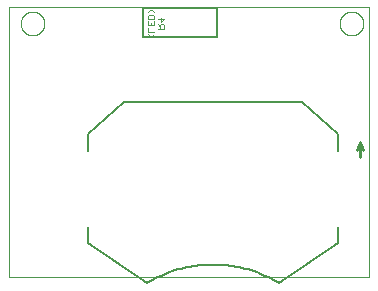
<source format=gbo>
G75*
%MOIN*%
%OFA0B0*%
%FSLAX25Y25*%
%IPPOS*%
%LPD*%
%AMOC8*
5,1,8,0,0,1.08239X$1,22.5*
%
%ADD10C,0.00000*%
%ADD11C,0.01000*%
%ADD12C,0.00400*%
%ADD13C,0.00800*%
D10*
X0001500Y0011270D02*
X0001500Y0101270D01*
X0121500Y0101270D01*
X0121500Y0011270D01*
X0001500Y0011270D01*
X0005437Y0095916D02*
X0005439Y0096041D01*
X0005445Y0096166D01*
X0005455Y0096290D01*
X0005469Y0096414D01*
X0005486Y0096538D01*
X0005508Y0096661D01*
X0005534Y0096783D01*
X0005563Y0096905D01*
X0005596Y0097025D01*
X0005634Y0097144D01*
X0005674Y0097263D01*
X0005719Y0097379D01*
X0005767Y0097494D01*
X0005819Y0097608D01*
X0005875Y0097720D01*
X0005934Y0097830D01*
X0005996Y0097938D01*
X0006062Y0098045D01*
X0006131Y0098149D01*
X0006204Y0098250D01*
X0006279Y0098350D01*
X0006358Y0098447D01*
X0006440Y0098541D01*
X0006525Y0098633D01*
X0006612Y0098722D01*
X0006703Y0098808D01*
X0006796Y0098891D01*
X0006892Y0098972D01*
X0006990Y0099049D01*
X0007090Y0099123D01*
X0007193Y0099194D01*
X0007298Y0099261D01*
X0007406Y0099326D01*
X0007515Y0099386D01*
X0007626Y0099444D01*
X0007739Y0099497D01*
X0007853Y0099547D01*
X0007969Y0099594D01*
X0008086Y0099636D01*
X0008205Y0099675D01*
X0008325Y0099711D01*
X0008446Y0099742D01*
X0008568Y0099770D01*
X0008690Y0099793D01*
X0008814Y0099813D01*
X0008938Y0099829D01*
X0009062Y0099841D01*
X0009187Y0099849D01*
X0009312Y0099853D01*
X0009436Y0099853D01*
X0009561Y0099849D01*
X0009686Y0099841D01*
X0009810Y0099829D01*
X0009934Y0099813D01*
X0010058Y0099793D01*
X0010180Y0099770D01*
X0010302Y0099742D01*
X0010423Y0099711D01*
X0010543Y0099675D01*
X0010662Y0099636D01*
X0010779Y0099594D01*
X0010895Y0099547D01*
X0011009Y0099497D01*
X0011122Y0099444D01*
X0011233Y0099386D01*
X0011343Y0099326D01*
X0011450Y0099261D01*
X0011555Y0099194D01*
X0011658Y0099123D01*
X0011758Y0099049D01*
X0011856Y0098972D01*
X0011952Y0098891D01*
X0012045Y0098808D01*
X0012136Y0098722D01*
X0012223Y0098633D01*
X0012308Y0098541D01*
X0012390Y0098447D01*
X0012469Y0098350D01*
X0012544Y0098250D01*
X0012617Y0098149D01*
X0012686Y0098045D01*
X0012752Y0097938D01*
X0012814Y0097830D01*
X0012873Y0097720D01*
X0012929Y0097608D01*
X0012981Y0097494D01*
X0013029Y0097379D01*
X0013074Y0097263D01*
X0013114Y0097144D01*
X0013152Y0097025D01*
X0013185Y0096905D01*
X0013214Y0096783D01*
X0013240Y0096661D01*
X0013262Y0096538D01*
X0013279Y0096414D01*
X0013293Y0096290D01*
X0013303Y0096166D01*
X0013309Y0096041D01*
X0013311Y0095916D01*
X0013309Y0095791D01*
X0013303Y0095666D01*
X0013293Y0095542D01*
X0013279Y0095418D01*
X0013262Y0095294D01*
X0013240Y0095171D01*
X0013214Y0095049D01*
X0013185Y0094927D01*
X0013152Y0094807D01*
X0013114Y0094688D01*
X0013074Y0094569D01*
X0013029Y0094453D01*
X0012981Y0094338D01*
X0012929Y0094224D01*
X0012873Y0094112D01*
X0012814Y0094002D01*
X0012752Y0093894D01*
X0012686Y0093787D01*
X0012617Y0093683D01*
X0012544Y0093582D01*
X0012469Y0093482D01*
X0012390Y0093385D01*
X0012308Y0093291D01*
X0012223Y0093199D01*
X0012136Y0093110D01*
X0012045Y0093024D01*
X0011952Y0092941D01*
X0011856Y0092860D01*
X0011758Y0092783D01*
X0011658Y0092709D01*
X0011555Y0092638D01*
X0011450Y0092571D01*
X0011342Y0092506D01*
X0011233Y0092446D01*
X0011122Y0092388D01*
X0011009Y0092335D01*
X0010895Y0092285D01*
X0010779Y0092238D01*
X0010662Y0092196D01*
X0010543Y0092157D01*
X0010423Y0092121D01*
X0010302Y0092090D01*
X0010180Y0092062D01*
X0010058Y0092039D01*
X0009934Y0092019D01*
X0009810Y0092003D01*
X0009686Y0091991D01*
X0009561Y0091983D01*
X0009436Y0091979D01*
X0009312Y0091979D01*
X0009187Y0091983D01*
X0009062Y0091991D01*
X0008938Y0092003D01*
X0008814Y0092019D01*
X0008690Y0092039D01*
X0008568Y0092062D01*
X0008446Y0092090D01*
X0008325Y0092121D01*
X0008205Y0092157D01*
X0008086Y0092196D01*
X0007969Y0092238D01*
X0007853Y0092285D01*
X0007739Y0092335D01*
X0007626Y0092388D01*
X0007515Y0092446D01*
X0007405Y0092506D01*
X0007298Y0092571D01*
X0007193Y0092638D01*
X0007090Y0092709D01*
X0006990Y0092783D01*
X0006892Y0092860D01*
X0006796Y0092941D01*
X0006703Y0093024D01*
X0006612Y0093110D01*
X0006525Y0093199D01*
X0006440Y0093291D01*
X0006358Y0093385D01*
X0006279Y0093482D01*
X0006204Y0093582D01*
X0006131Y0093683D01*
X0006062Y0093787D01*
X0005996Y0093894D01*
X0005934Y0094002D01*
X0005875Y0094112D01*
X0005819Y0094224D01*
X0005767Y0094338D01*
X0005719Y0094453D01*
X0005674Y0094569D01*
X0005634Y0094688D01*
X0005596Y0094807D01*
X0005563Y0094927D01*
X0005534Y0095049D01*
X0005508Y0095171D01*
X0005486Y0095294D01*
X0005469Y0095418D01*
X0005455Y0095542D01*
X0005445Y0095666D01*
X0005439Y0095791D01*
X0005437Y0095916D01*
X0111736Y0095916D02*
X0111738Y0096041D01*
X0111744Y0096166D01*
X0111754Y0096290D01*
X0111768Y0096414D01*
X0111785Y0096538D01*
X0111807Y0096661D01*
X0111833Y0096783D01*
X0111862Y0096905D01*
X0111895Y0097025D01*
X0111933Y0097144D01*
X0111973Y0097263D01*
X0112018Y0097379D01*
X0112066Y0097494D01*
X0112118Y0097608D01*
X0112174Y0097720D01*
X0112233Y0097830D01*
X0112295Y0097938D01*
X0112361Y0098045D01*
X0112430Y0098149D01*
X0112503Y0098250D01*
X0112578Y0098350D01*
X0112657Y0098447D01*
X0112739Y0098541D01*
X0112824Y0098633D01*
X0112911Y0098722D01*
X0113002Y0098808D01*
X0113095Y0098891D01*
X0113191Y0098972D01*
X0113289Y0099049D01*
X0113389Y0099123D01*
X0113492Y0099194D01*
X0113597Y0099261D01*
X0113705Y0099326D01*
X0113814Y0099386D01*
X0113925Y0099444D01*
X0114038Y0099497D01*
X0114152Y0099547D01*
X0114268Y0099594D01*
X0114385Y0099636D01*
X0114504Y0099675D01*
X0114624Y0099711D01*
X0114745Y0099742D01*
X0114867Y0099770D01*
X0114989Y0099793D01*
X0115113Y0099813D01*
X0115237Y0099829D01*
X0115361Y0099841D01*
X0115486Y0099849D01*
X0115611Y0099853D01*
X0115735Y0099853D01*
X0115860Y0099849D01*
X0115985Y0099841D01*
X0116109Y0099829D01*
X0116233Y0099813D01*
X0116357Y0099793D01*
X0116479Y0099770D01*
X0116601Y0099742D01*
X0116722Y0099711D01*
X0116842Y0099675D01*
X0116961Y0099636D01*
X0117078Y0099594D01*
X0117194Y0099547D01*
X0117308Y0099497D01*
X0117421Y0099444D01*
X0117532Y0099386D01*
X0117642Y0099326D01*
X0117749Y0099261D01*
X0117854Y0099194D01*
X0117957Y0099123D01*
X0118057Y0099049D01*
X0118155Y0098972D01*
X0118251Y0098891D01*
X0118344Y0098808D01*
X0118435Y0098722D01*
X0118522Y0098633D01*
X0118607Y0098541D01*
X0118689Y0098447D01*
X0118768Y0098350D01*
X0118843Y0098250D01*
X0118916Y0098149D01*
X0118985Y0098045D01*
X0119051Y0097938D01*
X0119113Y0097830D01*
X0119172Y0097720D01*
X0119228Y0097608D01*
X0119280Y0097494D01*
X0119328Y0097379D01*
X0119373Y0097263D01*
X0119413Y0097144D01*
X0119451Y0097025D01*
X0119484Y0096905D01*
X0119513Y0096783D01*
X0119539Y0096661D01*
X0119561Y0096538D01*
X0119578Y0096414D01*
X0119592Y0096290D01*
X0119602Y0096166D01*
X0119608Y0096041D01*
X0119610Y0095916D01*
X0119608Y0095791D01*
X0119602Y0095666D01*
X0119592Y0095542D01*
X0119578Y0095418D01*
X0119561Y0095294D01*
X0119539Y0095171D01*
X0119513Y0095049D01*
X0119484Y0094927D01*
X0119451Y0094807D01*
X0119413Y0094688D01*
X0119373Y0094569D01*
X0119328Y0094453D01*
X0119280Y0094338D01*
X0119228Y0094224D01*
X0119172Y0094112D01*
X0119113Y0094002D01*
X0119051Y0093894D01*
X0118985Y0093787D01*
X0118916Y0093683D01*
X0118843Y0093582D01*
X0118768Y0093482D01*
X0118689Y0093385D01*
X0118607Y0093291D01*
X0118522Y0093199D01*
X0118435Y0093110D01*
X0118344Y0093024D01*
X0118251Y0092941D01*
X0118155Y0092860D01*
X0118057Y0092783D01*
X0117957Y0092709D01*
X0117854Y0092638D01*
X0117749Y0092571D01*
X0117641Y0092506D01*
X0117532Y0092446D01*
X0117421Y0092388D01*
X0117308Y0092335D01*
X0117194Y0092285D01*
X0117078Y0092238D01*
X0116961Y0092196D01*
X0116842Y0092157D01*
X0116722Y0092121D01*
X0116601Y0092090D01*
X0116479Y0092062D01*
X0116357Y0092039D01*
X0116233Y0092019D01*
X0116109Y0092003D01*
X0115985Y0091991D01*
X0115860Y0091983D01*
X0115735Y0091979D01*
X0115611Y0091979D01*
X0115486Y0091983D01*
X0115361Y0091991D01*
X0115237Y0092003D01*
X0115113Y0092019D01*
X0114989Y0092039D01*
X0114867Y0092062D01*
X0114745Y0092090D01*
X0114624Y0092121D01*
X0114504Y0092157D01*
X0114385Y0092196D01*
X0114268Y0092238D01*
X0114152Y0092285D01*
X0114038Y0092335D01*
X0113925Y0092388D01*
X0113814Y0092446D01*
X0113704Y0092506D01*
X0113597Y0092571D01*
X0113492Y0092638D01*
X0113389Y0092709D01*
X0113289Y0092783D01*
X0113191Y0092860D01*
X0113095Y0092941D01*
X0113002Y0093024D01*
X0112911Y0093110D01*
X0112824Y0093199D01*
X0112739Y0093291D01*
X0112657Y0093385D01*
X0112578Y0093482D01*
X0112503Y0093582D01*
X0112430Y0093683D01*
X0112361Y0093787D01*
X0112295Y0093894D01*
X0112233Y0094002D01*
X0112174Y0094112D01*
X0112118Y0094224D01*
X0112066Y0094338D01*
X0112018Y0094453D01*
X0111973Y0094569D01*
X0111933Y0094688D01*
X0111895Y0094807D01*
X0111862Y0094927D01*
X0111833Y0095049D01*
X0111807Y0095171D01*
X0111785Y0095294D01*
X0111768Y0095418D01*
X0111754Y0095542D01*
X0111744Y0095666D01*
X0111738Y0095791D01*
X0111736Y0095916D01*
D11*
X0118500Y0056270D02*
X0119500Y0053770D01*
X0117500Y0053770D02*
X0118500Y0056270D01*
X0118500Y0051270D01*
D12*
X0053302Y0094260D02*
X0053302Y0095261D01*
X0052968Y0095595D01*
X0052301Y0095595D01*
X0051967Y0095261D01*
X0051967Y0094260D01*
X0051300Y0094260D02*
X0053302Y0094260D01*
X0051967Y0094927D02*
X0051300Y0095595D01*
X0052301Y0096470D02*
X0052301Y0097805D01*
X0051300Y0097471D02*
X0053302Y0097471D01*
X0052301Y0096470D01*
X0049702Y0096700D02*
X0049702Y0095365D01*
X0047700Y0095365D01*
X0047700Y0096700D01*
X0047700Y0097575D02*
X0047700Y0098576D01*
X0048034Y0098909D01*
X0049368Y0098909D01*
X0049702Y0098576D01*
X0049702Y0097575D01*
X0047700Y0097575D01*
X0048701Y0096032D02*
X0048701Y0095365D01*
X0047700Y0094490D02*
X0047700Y0093155D01*
X0049702Y0093155D01*
X0049702Y0092349D02*
X0049034Y0091682D01*
X0048367Y0091682D01*
X0047700Y0092349D01*
X0047700Y0099785D02*
X0048367Y0100452D01*
X0049034Y0100452D01*
X0049702Y0099785D01*
D13*
X0046098Y0100994D02*
X0070902Y0100994D01*
X0070902Y0091546D01*
X0046098Y0091546D01*
X0046098Y0100994D01*
X0039972Y0069707D02*
X0027965Y0059077D01*
X0027965Y0053369D01*
X0039972Y0069707D02*
X0099028Y0069707D01*
X0111035Y0059077D01*
X0111035Y0053369D01*
X0111035Y0028172D02*
X0111035Y0022857D01*
X0091350Y0009471D01*
X0090471Y0009989D01*
X0089579Y0010486D01*
X0088675Y0010961D01*
X0087761Y0011414D01*
X0086835Y0011845D01*
X0085900Y0012253D01*
X0084955Y0012639D01*
X0084000Y0013002D01*
X0083037Y0013341D01*
X0082067Y0013657D01*
X0081089Y0013949D01*
X0080104Y0014218D01*
X0079113Y0014463D01*
X0078116Y0014683D01*
X0077114Y0014880D01*
X0076108Y0015052D01*
X0075098Y0015200D01*
X0074085Y0015323D01*
X0073069Y0015422D01*
X0072051Y0015496D01*
X0071031Y0015545D01*
X0070010Y0015570D01*
X0068990Y0015570D01*
X0067969Y0015545D01*
X0066949Y0015496D01*
X0065931Y0015422D01*
X0064915Y0015323D01*
X0063902Y0015200D01*
X0062892Y0015052D01*
X0061886Y0014880D01*
X0060884Y0014683D01*
X0059887Y0014463D01*
X0058896Y0014218D01*
X0057911Y0013949D01*
X0056933Y0013657D01*
X0055963Y0013341D01*
X0055000Y0013002D01*
X0054045Y0012639D01*
X0053100Y0012253D01*
X0052165Y0011845D01*
X0051239Y0011414D01*
X0050325Y0010961D01*
X0049421Y0010486D01*
X0048529Y0009989D01*
X0047650Y0009471D01*
X0027965Y0022857D01*
X0027965Y0028172D01*
M02*

</source>
